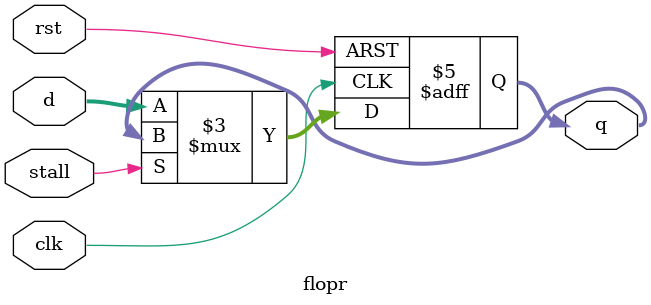
<source format=sv>
module flopr#
    (parameter WIDTH = 8)
    (input logic clk, rst,
     input logic [WIDTH-1:0] d,
     input logic stall,
     output logic [WIDTH-1:0] q);

    always_ff @(posedge clk, posedge rst)
    begin
        if (rst) q <= 0;
        else if (!stall) q<=d;
    end
        
    
endmodule

</source>
